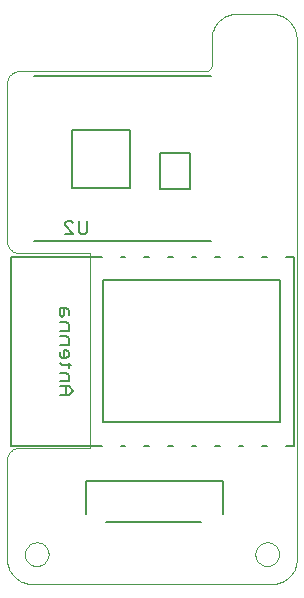
<source format=gbo>
G75*
%MOIN*%
%OFA0B0*%
%FSLAX24Y24*%
%IPPOS*%
%LPD*%
%AMOC8*
5,1,8,0,0,1.08239X$1,22.5*
%
%ADD10C,0.0000*%
%ADD11C,0.0080*%
%ADD12C,0.0050*%
%ADD13C,0.0060*%
D10*
X003031Y003256D02*
X003031Y006602D01*
X003033Y006641D01*
X003039Y006679D01*
X003048Y006716D01*
X003061Y006753D01*
X003078Y006788D01*
X003097Y006821D01*
X003120Y006852D01*
X003146Y006881D01*
X003175Y006907D01*
X003206Y006930D01*
X003239Y006949D01*
X003274Y006966D01*
X003311Y006979D01*
X003348Y006988D01*
X003386Y006994D01*
X003425Y006996D01*
X005787Y006996D01*
X005787Y013492D01*
X003425Y013492D01*
X003425Y013491D02*
X003386Y013493D01*
X003348Y013499D01*
X003311Y013508D01*
X003274Y013521D01*
X003239Y013538D01*
X003206Y013557D01*
X003175Y013580D01*
X003146Y013606D01*
X003120Y013635D01*
X003097Y013666D01*
X003078Y013699D01*
X003061Y013734D01*
X003048Y013771D01*
X003039Y013808D01*
X003033Y013846D01*
X003031Y013885D01*
X003031Y019161D01*
X003033Y019200D01*
X003039Y019238D01*
X003048Y019275D01*
X003061Y019312D01*
X003078Y019347D01*
X003097Y019380D01*
X003120Y019411D01*
X003146Y019440D01*
X003175Y019466D01*
X003206Y019489D01*
X003239Y019508D01*
X003274Y019525D01*
X003311Y019538D01*
X003348Y019547D01*
X003386Y019553D01*
X003425Y019555D01*
X009645Y019555D01*
X009671Y019557D01*
X009696Y019562D01*
X009720Y019570D01*
X009744Y019581D01*
X009765Y019596D01*
X009784Y019613D01*
X009801Y019632D01*
X009816Y019654D01*
X009827Y019677D01*
X009835Y019701D01*
X009840Y019726D01*
X009842Y019752D01*
X009842Y020578D01*
X010630Y021466D02*
X011889Y021466D01*
X011944Y021460D01*
X011998Y021452D01*
X012051Y021440D01*
X012104Y021424D01*
X012156Y021405D01*
X012206Y021383D01*
X012254Y021357D01*
X012301Y021328D01*
X012346Y021297D01*
X012389Y021262D01*
X012429Y021225D01*
X012467Y021185D01*
X012502Y021143D01*
X012534Y021098D01*
X012563Y021052D01*
X012589Y021003D01*
X012612Y020954D01*
X012632Y020902D01*
X012648Y020850D01*
X012661Y020796D01*
X012670Y020742D01*
X012676Y020688D01*
X012678Y020633D01*
X012677Y020578D01*
X012677Y003256D01*
X012676Y003256D02*
X012674Y003202D01*
X012669Y003149D01*
X012660Y003096D01*
X012647Y003044D01*
X012631Y002992D01*
X012611Y002942D01*
X012588Y002894D01*
X012561Y002847D01*
X012532Y002802D01*
X012499Y002759D01*
X012464Y002719D01*
X012426Y002681D01*
X012386Y002646D01*
X012343Y002613D01*
X012298Y002584D01*
X012251Y002557D01*
X012203Y002534D01*
X012153Y002514D01*
X012101Y002498D01*
X012049Y002485D01*
X011996Y002476D01*
X011943Y002471D01*
X011889Y002469D01*
X011889Y002468D02*
X003819Y002468D01*
X003819Y002469D02*
X003765Y002471D01*
X003712Y002476D01*
X003659Y002485D01*
X003607Y002498D01*
X003555Y002514D01*
X003505Y002534D01*
X003457Y002557D01*
X003410Y002584D01*
X003365Y002613D01*
X003322Y002646D01*
X003282Y002681D01*
X003244Y002719D01*
X003209Y002759D01*
X003176Y002802D01*
X003147Y002847D01*
X003120Y002894D01*
X003097Y002942D01*
X003077Y002992D01*
X003061Y003044D01*
X003048Y003096D01*
X003039Y003149D01*
X003034Y003202D01*
X003032Y003256D01*
X003621Y003452D02*
X003623Y003491D01*
X003629Y003530D01*
X003639Y003568D01*
X003652Y003605D01*
X003669Y003640D01*
X003689Y003674D01*
X003713Y003705D01*
X003740Y003734D01*
X003769Y003760D01*
X003801Y003783D01*
X003835Y003803D01*
X003871Y003819D01*
X003908Y003831D01*
X003947Y003840D01*
X003986Y003845D01*
X004025Y003846D01*
X004064Y003843D01*
X004103Y003836D01*
X004140Y003825D01*
X004177Y003811D01*
X004212Y003793D01*
X004245Y003772D01*
X004276Y003747D01*
X004304Y003720D01*
X004329Y003690D01*
X004351Y003657D01*
X004370Y003623D01*
X004385Y003587D01*
X004397Y003549D01*
X004405Y003511D01*
X004409Y003472D01*
X004409Y003432D01*
X004405Y003393D01*
X004397Y003355D01*
X004385Y003317D01*
X004370Y003281D01*
X004351Y003247D01*
X004329Y003214D01*
X004304Y003184D01*
X004276Y003157D01*
X004245Y003132D01*
X004212Y003111D01*
X004177Y003093D01*
X004140Y003079D01*
X004103Y003068D01*
X004064Y003061D01*
X004025Y003058D01*
X003986Y003059D01*
X003947Y003064D01*
X003908Y003073D01*
X003871Y003085D01*
X003835Y003101D01*
X003801Y003121D01*
X003769Y003144D01*
X003740Y003170D01*
X003713Y003199D01*
X003689Y003230D01*
X003669Y003264D01*
X003652Y003299D01*
X003639Y003336D01*
X003629Y003374D01*
X003623Y003413D01*
X003621Y003452D01*
X011299Y003452D02*
X011301Y003491D01*
X011307Y003530D01*
X011317Y003568D01*
X011330Y003605D01*
X011347Y003640D01*
X011367Y003674D01*
X011391Y003705D01*
X011418Y003734D01*
X011447Y003760D01*
X011479Y003783D01*
X011513Y003803D01*
X011549Y003819D01*
X011586Y003831D01*
X011625Y003840D01*
X011664Y003845D01*
X011703Y003846D01*
X011742Y003843D01*
X011781Y003836D01*
X011818Y003825D01*
X011855Y003811D01*
X011890Y003793D01*
X011923Y003772D01*
X011954Y003747D01*
X011982Y003720D01*
X012007Y003690D01*
X012029Y003657D01*
X012048Y003623D01*
X012063Y003587D01*
X012075Y003549D01*
X012083Y003511D01*
X012087Y003472D01*
X012087Y003432D01*
X012083Y003393D01*
X012075Y003355D01*
X012063Y003317D01*
X012048Y003281D01*
X012029Y003247D01*
X012007Y003214D01*
X011982Y003184D01*
X011954Y003157D01*
X011923Y003132D01*
X011890Y003111D01*
X011855Y003093D01*
X011818Y003079D01*
X011781Y003068D01*
X011742Y003061D01*
X011703Y003058D01*
X011664Y003059D01*
X011625Y003064D01*
X011586Y003073D01*
X011549Y003085D01*
X011513Y003101D01*
X011479Y003121D01*
X011447Y003144D01*
X011418Y003170D01*
X011391Y003199D01*
X011367Y003230D01*
X011347Y003264D01*
X011330Y003299D01*
X011317Y003336D01*
X011307Y003374D01*
X011301Y003413D01*
X011299Y003452D01*
X009842Y020578D02*
X009841Y020633D01*
X009843Y020688D01*
X009849Y020742D01*
X009858Y020796D01*
X009871Y020850D01*
X009887Y020902D01*
X009907Y020954D01*
X009930Y021003D01*
X009956Y021052D01*
X009985Y021098D01*
X010017Y021143D01*
X010052Y021185D01*
X010090Y021225D01*
X010130Y021262D01*
X010173Y021297D01*
X010218Y021328D01*
X010265Y021357D01*
X010313Y021383D01*
X010363Y021405D01*
X010415Y021424D01*
X010468Y021440D01*
X010521Y021452D01*
X010575Y021460D01*
X010630Y021466D01*
D11*
X005694Y014558D02*
X005694Y014208D01*
X005624Y014138D01*
X005484Y014138D01*
X005414Y014208D01*
X005414Y014558D01*
X005234Y014488D02*
X005164Y014558D01*
X005024Y014558D01*
X004954Y014488D01*
X004954Y014418D01*
X005234Y014138D01*
X004954Y014138D01*
X005669Y005909D02*
X005669Y004807D01*
X006338Y004531D02*
X009488Y004531D01*
X010236Y004807D02*
X010236Y005909D01*
X005669Y005909D01*
D12*
X006181Y007067D02*
X003149Y007067D01*
X003149Y013366D01*
X006181Y013366D01*
X006811Y013366D02*
X006968Y013366D01*
X007598Y013366D02*
X007756Y013366D01*
X008385Y013366D02*
X008543Y013366D01*
X009173Y013366D02*
X009330Y013366D01*
X009173Y013366D01*
X009825Y013881D02*
X003920Y013881D01*
X005180Y015653D02*
X005180Y017582D01*
X007109Y017582D01*
X007109Y015653D01*
X005180Y015653D01*
X006220Y012579D02*
X012126Y012579D01*
X012126Y007854D01*
X006220Y007854D01*
X006220Y012579D01*
X008132Y015613D02*
X008132Y016834D01*
X009117Y016834D01*
X009117Y015613D01*
X008132Y015613D01*
X009960Y013366D02*
X010118Y013366D01*
X010748Y013366D02*
X010905Y013366D01*
X011535Y013366D02*
X011574Y013366D01*
X011535Y013366D01*
X011574Y013366D02*
X011693Y013366D01*
X012323Y013366D02*
X012559Y013366D01*
X012598Y013366D01*
X012598Y007067D01*
X012323Y007067D01*
X011693Y007067D02*
X011535Y007067D01*
X011693Y007067D01*
X010905Y007067D02*
X010748Y007067D01*
X010118Y007067D02*
X009960Y007067D01*
X009330Y007067D02*
X009173Y007067D01*
X008543Y007067D02*
X008425Y007067D01*
X008385Y007067D01*
X008425Y007067D01*
X007756Y007067D02*
X007598Y007067D01*
X007756Y007067D01*
X006968Y007067D02*
X006811Y007067D01*
X003920Y019393D02*
X009825Y019393D01*
D13*
X005000Y011654D02*
X005073Y011580D01*
X005073Y011434D01*
X004926Y011434D02*
X004926Y011654D01*
X005000Y011654D02*
X004780Y011654D01*
X004780Y011434D01*
X004853Y011360D01*
X004926Y011434D01*
X005000Y011193D02*
X004780Y011193D01*
X005000Y011193D02*
X005073Y011120D01*
X005073Y010900D01*
X004780Y010900D01*
X004780Y010733D02*
X005000Y010733D01*
X005073Y010660D01*
X005073Y010439D01*
X004780Y010439D01*
X004926Y010273D02*
X004926Y009979D01*
X004853Y009979D02*
X005000Y009979D01*
X005073Y010052D01*
X005073Y010199D01*
X005000Y010273D01*
X004926Y010273D01*
X004780Y010199D02*
X004780Y010052D01*
X004853Y009979D01*
X004780Y009819D02*
X004853Y009745D01*
X005147Y009745D01*
X005073Y009672D02*
X005073Y009819D01*
X005000Y009505D02*
X004780Y009505D01*
X005000Y009505D02*
X005073Y009432D01*
X005073Y009212D01*
X004780Y009212D01*
X004780Y009045D02*
X005073Y009045D01*
X005220Y008898D01*
X005073Y008751D01*
X004780Y008751D01*
X005000Y008751D02*
X005000Y009045D01*
M02*

</source>
